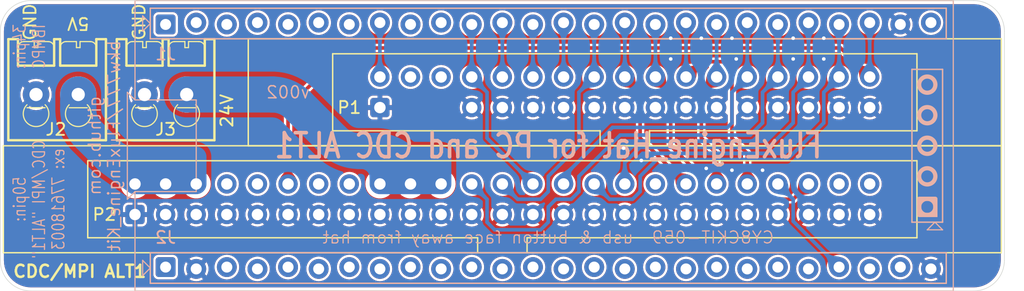
<source format=kicad_pcb>
(kicad_pcb (version 20240108) (generator "pcbnew") (generator_version "8.0")
  (title_block (title "FluxEngine_Hat for PC and CDC ALT1") (date "2024-04-25") (rev "002") (company "Brian K. White - b.kenyon.w@gmail.com") (comment 1 "github.com/bkw777/FluxEngine_Kit"))
  (layers (0 "F.Cu" signal) (31 "B.Cu" signal) (34 "B.Paste" user) (35 "F.Paste" user) (36 "B.SilkS" user "B.Silkscreen") (37 "F.SilkS" user "F.Silkscreen") (38 "B.Mask" user) (39 "F.Mask" user) (44 "Edge.Cuts" user))
  (net 0 "")
  (net 1 "GND")
  (net 4 "/SIDE")
  (net 5 "/~{DSB}")
  (net 6 "/~{REDWC}")
  (net 7 "/~{TRK0}")
  (net 8 "/~{MOTB}")
  (net 9 "/~{WGATE}")
  (net 10 "/~{INDEX}")
  (net 11 "/~{WPROT}")
  (net 12 "/~{DSA}")
  (net 13 "/~{MOTA}")
  (net 14 "/~{STEP}")
  (net 15 "/DIR")
  (net 48 "/5VDC")
  (net 49 "/24VDC")
  (net 54 "/~{DSKCHG}")
  (net 57 "/~{WDATA}")
  (net 58 "/~{RDATA}")
  (net 60 "/~{TG43}")
  (footprint "000_LOCAL:IDC-Header_2x17_P2.54mm_Latch_Vertical - FDD" (layer "F.Cu") (at 133.985 93.345 90)
    (property "Reference" "P1" (at 0 -2.54 0) (layer "F.SilkS"))
    (property "Value" "FDC_BUS_IBMPC")
    (fp_line (start 5.715 -10.922) (end 5.715 51.562) (stroke (width 0.12)) (layer "F.SilkS"))
    (fp_line (start -3.175 -10.922) (end 5.715 -10.922) (stroke (width 0.12)) (layer "F.SilkS"))
    (fp_line (start 4.47 -3.92) (end 4.47 44.56) (stroke (width 0.12)) (layer "F.SilkS"))
    (fp_line (start -1.93 -3.92) (end 4.47 -3.92) (stroke (width 0.12)) (layer "F.SilkS"))
    (fp_line (start -1.93 18.27) (end -1.93 -3.92) (stroke (width 0.12)) (layer "F.SilkS"))
    (fp_line (start -3.175 18.27) (end -1.93 18.27) (stroke (width 0.12)) (layer "F.SilkS"))
    (fp_line (start -1.93 22.37) (end -1.93 22.37) (stroke (width 0.12)) (layer "F.SilkS"))
    (fp_line (start -1.93 22.37) (end -3.175 22.37) (stroke (width 0.12)) (layer "F.SilkS"))
    (fp_line (start 4.47 44.56) (end -1.93 44.56) (stroke (width 0.12)) (layer "F.SilkS"))
    (fp_line (start -1.93 44.56) (end -1.93 22.37) (stroke (width 0.12)) (layer "F.SilkS"))
    (fp_line (start 5.715 51.562) (end -3.175 51.562) (stroke (width 0.12)) (layer "F.SilkS"))
    (fp_line (start -3.175 51.562) (end -3.175 -10.922) (stroke (width 0.12)) (layer "F.SilkS"))
    (pad "1" thru_hole roundrect (at 0 0 90) (size 1.6 1.6) (drill 0.95) (layers "*.Cu" "*.Mask") (roundrect_rratio 0.15625) (net 1 "GND"))
    (pad "2" thru_hole circle (at 2.54 0 90) (size 1.6 1.6) (drill 0.95) (layers "*.Cu" "*.Mask") (net 6 "/~{REDWC}"))
    (pad "4" thru_hole circle (at 2.54 2.54 90) (size 1.6 1.6) (drill 0.95) (layers "*.Cu" "*.Mask"))
    (pad "6" thru_hole circle (at 2.54 5.08 90) (size 1.6 1.6) (drill 0.95) (layers "*.Cu" "*.Mask"))
    (pad "7" thru_hole circle (at 0 7.62 90) (size 1.6 1.6) (drill 0.95) (layers "*.Cu" "*.Mask") (net 1 "GND"))
    (pad "8" thru_hole circle (at 2.54 7.62 90) (size 1.6 1.6) (drill 0.95) (layers "*.Cu" "*.Mask") (net 10 "/~{INDEX}"))
    (pad "9" thru_hole circle (at 0 10.16 90) (size 1.6 1.6) (drill 0.95) (layers "*.Cu" "*.Mask") (net 1 "GND"))
    (pad "10" thru_hole circle (at 2.54 10.16 90) (size 1.6 1.6) (drill 0.95) (layers "*.Cu" "*.Mask") (net 13 "/~{MOTA}"))
    (pad "11" thru_hole circle (at 0 12.7 90) (size 1.6 1.6) (drill 0.95) (layers "*.Cu" "*.Mask") (net 1 "GND"))
    (pad "12" thru_hole circle (at 2.54 12.7 90) (size 1.6 1.6) (drill 0.95) (layers "*.Cu" "*.Mask") (net 5 "/~{DSB}"))
    (pad "13" thru_hole circle (at 0 15.24 90) (size 1.6 1.6) (drill 0.95) (layers "*.Cu" "*.Mask") (net 1 "GND"))
    (pad "14" thru_hole circle (at 2.54 15.24 90) (size 1.6 1.6) (drill 0.95) (layers "*.Cu" "*.Mask") (net 12 "/~{DSA}"))
    (pad "15" thru_hole circle (at 0 17.78 90) (size 1.6 1.6) (drill 0.95) (layers "*.Cu" "*.Mask") (net 1 "GND"))
    (pad "16" thru_hole circle (at 2.54 17.78 90) (size 1.6 1.6) (drill 0.95) (layers "*.Cu" "*.Mask") (net 8 "/~{MOTB}"))
    (pad "17" thru_hole circle (at 0 20.32 90) (size 1.6 1.6) (drill 0.95) (layers "*.Cu" "*.Mask") (net 1 "GND"))
    (pad "18" thru_hole circle (at 2.54 20.32 90) (size 1.6 1.6) (drill 0.95) (layers "*.Cu" "*.Mask") (net 15 "/DIR"))
    (pad "19" thru_hole circle (at 0 22.86 90) (size 1.6 1.6) (drill 0.95) (layers "*.Cu" "*.Mask") (net 1 "GND"))
    (pad "20" thru_hole circle (at 2.54 22.86 90) (size 1.6 1.6) (drill 0.95) (layers "*.Cu" "*.Mask") (net 14 "/~{STEP}"))
    (pad "21" thru_hole circle (at 0 25.4 90) (size 1.6 1.6) (drill 0.95) (layers "*.Cu" "*.Mask") (net 1 "GND"))
    (pad "22" thru_hole circle (at 2.54 25.4 90) (size 1.6 1.6) (drill 0.95) (layers "*.Cu" "*.Mask") (net 57 "/~{WDATA}"))
    (pad "23" thru_hole circle (at 0 27.94 90) (size 1.6 1.6) (drill 0.95) (layers "*.Cu" "*.Mask") (net 1 "GND"))
    (pad "24" thru_hole circle (at 2.54 27.94 90) (size 1.6 1.6) (drill 0.95) (layers "*.Cu" "*.Mask") (net 9 "/~{WGATE}"))
    (pad "25" thru_hole circle (at 0 30.48 90) (size 1.6 1.6) (drill 0.95) (layers "*.Cu" "*.Mask") (net 1 "GND"))
    (pad "26" thru_hole circle (at 2.54 30.48 90) (size 1.6 1.6) (drill 0.95) (layers "*.Cu" "*.Mask") (net 7 "/~{TRK0}"))
    (pad "27" thru_hole circle (at 0 33.02 90) (size 1.6 1.6) (drill 0.95) (layers "*.Cu" "*.Mask") (net 1 "GND"))
    (pad "28" thru_hole circle (at 2.54 33.02 90) (size 1.6 1.6) (drill 0.95) (layers "*.Cu" "*.Mask") (net 11 "/~{WPROT}"))
    (pad "29" thru_hole circle (at 0 35.56 90) (size 1.6 1.6) (drill 0.95) (layers "*.Cu" "*.Mask") (net 1 "GND"))
    (pad "30" thru_hole circle (at 2.54 35.56 90) (size 1.6 1.6) (drill 0.95) (layers "*.Cu" "*.Mask") (net 58 "/~{RDATA}"))
    (pad "31" thru_hole circle (at 0 38.1 90) (size 1.6 1.6) (drill 0.95) (layers "*.Cu" "*.Mask") (net 1 "GND"))
    (pad "32" thru_hole circle (at 2.54 38.1 90) (size 1.6 1.6) (drill 0.95) (layers "*.Cu" "*.Mask") (net 4 "/SIDE"))
    (pad "33" thru_hole circle (at 0 40.64 90) (size 1.6 1.6) (drill 0.95) (layers "*.Cu" "*.Mask") (net 1 "GND"))
    (pad "34" thru_hole circle (at 2.54 40.64 90) (size 1.6 1.6) (drill 0.95) (layers "*.Cu" "*.Mask") (net 54 "/~{DSKCHG}"))
  )
  (footprint "000_LOCAL:IDC-Header_2x25_P2.54mm_Latch_Vertical" (layer "F.Cu") (at 113.665001 102.235001 90)
    (property "Reference" "P2" (at 0 -2.54 0) (layer "F.SilkS"))
    (property "Value" "FDC_BUS_CDC_alt1")
    (fp_line (start 5.715 -10.922) (end 5.715 71.882) (stroke (width 0.12)) (layer "F.SilkS"))
    (fp_line (start -3.175 -10.922) (end 5.715 -10.922) (stroke (width 0.12)) (layer "F.SilkS"))
    (fp_line (start 4.47 -3.92) (end 4.47 64.88) (stroke (width 0.12)) (layer "F.SilkS"))
    (fp_line (start -1.930001 -3.92) (end 4.47 -3.92) (stroke (width 0.12)) (layer "F.SilkS"))
    (fp_line (start -1.93 28.43) (end -1.930001 -3.92) (stroke (width 0.12)) (layer "F.SilkS"))
    (fp_line (start -3.175 28.43) (end -1.93 28.43) (stroke (width 0.12)) (layer "F.SilkS"))
    (fp_line (start -1.93 32.530001) (end -1.93 32.530001) (stroke (width 0.12)) (layer "F.SilkS"))
    (fp_line (start -1.93 32.530001) (end -3.175 32.530001) (stroke (width 0.12)) (layer "F.SilkS"))
    (fp_line (start 4.47 64.88) (end -1.93 64.88) (stroke (width 0.12)) (layer "F.SilkS"))
    (fp_line (start -1.93 64.88) (end -1.93 32.530001) (stroke (width 0.12)) (layer "F.SilkS"))
    (fp_line (start 5.715 71.882) (end -3.175 71.882001) (stroke (width 0.12)) (layer "F.SilkS"))
    (fp_line (start -3.175 71.882001) (end -3.175 -10.922) (stroke (width 0.12)) (layer "F.SilkS"))
    (pad "1" thru_hole roundrect (at 0 0 90) (size 1.6 1.6) (drill 0.95) (layers "*.Cu" "*.Mask") (roundrect_rratio 0.15625) (net 1 "GND"))
    (pad "2" thru_hole circle (at 2.54 0 90) (size 1.6 1.6) (drill 0.95) (layers "*.Cu" "*.Mask") (net 48 "/5VDC"))
    (pad "3" thru_hole circle (at 0 2.54 90) (size 1.6 1.6) (drill 0.95) (layers "*.Cu" "*.Mask") (net 1 "GND"))
    (pad "4" thru_hole circle (at 2.54 2.54 90) (size 1.6 1.6) (drill 0.95) (layers "*.Cu" "*.Mask") (net 48 "/5VDC"))
    (pad "5" thru_hole circle (at 0 5.079999 90) (size 1.6 1.6) (drill 0.95) (layers "*.Cu" "*.Mask") (net 1 "GND"))
    (pad "6" thru_hole circle (at 2.54 5.08 90) (size 1.6 1.6) (drill 0.95) (layers "*.Cu" "*.Mask") (net 48 "/5VDC"))
    (pad "7" thru_hole circle (at 0 7.62 90) (size 1.6 1.6) (drill 0.95) (layers "*.Cu" "*.Mask") (net 1 "GND"))
    (pad "8" thru_hole circle (at 2.54 7.62 90) (size 1.6 1.6) (drill 0.95) (layers "*.Cu" "*.Mask"))
    (pad "9" thru_hole circle (at 0 10.16 90) (size 1.6 1.6) (drill 0.95) (layers "*.Cu" "*.Mask") (net 1 "GND"))
    (pad "10" thru_hole circle (at 2.54 10.16 90) (size 1.6 1.6) (drill 0.95) (layers "*.Cu" "*.Mask"))
    (pad "11" thru_hole circle (at 0 12.7 90) (size 1.6 1.6) (drill 0.95) (layers "*.Cu" "*.Mask") (net 1 "GND"))
    (pad "12" thru_hole circle (at 2.54 12.7 90) (size 1.6 1.6) (drill 0.95) (layers "*.Cu" "*.Mask") (net 54 "/~{DSKCHG}"))
    (pad "13" thru_hole circle (at 0 15.24 90) (size 1.6 1.6) (drill 0.95) (layers "*.Cu" "*.Mask") (net 1 "GND"))
    (pad "14" thru_hole circle (at 2.54 15.24 90) (size 1.6 1.6) (drill 0.95) (layers "*.Cu" "*.Mask"))
    (pad "15" thru_hole circle (at 0 17.780001 90) (size 1.6 1.6) (drill 0.95) (layers "*.Cu" "*.Mask") (net 1 "GND"))
    (pad "16" thru_hole circle (at 2.54 17.78 90) (size 1.6 1.6) (drill 0.95) (layers "*.Cu" "*.Mask"))
    (pad "17" thru_hole circle (at 0 20.32 90) (size 1.6 1.6) (drill 0.95) (layers "*.Cu" "*.Mask") (net 1 "GND"))
    (pad "18" thru_hole circle (at 2.54 20.32 90) (size 1.6 1.6) (drill 0.95) (layers "*.Cu" "*.Mask") (net 49 "/24VDC"))
    (pad "19" thru_hole circle (at 0 22.86 90) (size 1.6 1.6) (drill 0.95) (layers "*.Cu" "*.Mask") (net 1 "GND"))
    (pad "20" thru_hole circle (at 2.54 22.86 90) (size 1.6 1.6) (drill 0.95) (layers "*.Cu" "*.Mask") (net 49 "/24VDC"))
    (pad "21" thru_hole circle (at 0 25.4 90) (size 1.6 1.6) (drill 0.95) (layers "*.Cu" "*.Mask") (net 1 "GND"))
    (pad "22" thru_hole circle (at 2.54 25.4 90) (size 1.6 1.6) (drill 0.95) (layers "*.Cu" "*.Mask") (net 49 "/24VDC"))
    (pad "23" thru_hole circle (at 0 27.939999 90) (size 1.6 1.6) (drill 0.95) (layers "*.Cu" "*.Mask") (net 1 "GND"))
    (pad "24" thru_hole circle (at 2.54 27.94 90) (size 1.6 1.6) (drill 0.95) (layers "*.Cu" "*.Mask") (net 11 "/~{WPROT}"))
    (pad "25" thru_hole circle (at 0 30.48 90) (size 1.6 1.6) (drill 0.95) (layers "*.Cu" "*.Mask") (net 1 "GND"))
    (pad "26" thru_hole circle (at 2.54 30.48 90) (size 1.6 1.6) (drill 0.95) (layers "*.Cu" "*.Mask") (net 8 "/~{MOTB}"))
    (pad "27" thru_hole circle (at 0 33.02 90) (size 1.6 1.6) (drill 0.95) (layers "*.Cu" "*.Mask") (net 1 "GND"))
    (pad "28" thru_hole circle (at 2.54 33.02 90) (size 1.6 1.6) (drill 0.95) (layers "*.Cu" "*.Mask") (net 10 "/~{INDEX}"))
    (pad "29" thru_hole circle (at 0 35.56 90) (size 1.6 1.6) (drill 0.95) (layers "*.Cu" "*.Mask") (net 1 "GND"))
    (pad "30" thru_hole circle (at 2.54 35.56 90) (size 1.6 1.6) (drill 0.95) (layers "*.Cu" "*.Mask") (net 7 "/~{TRK0}"))
    (pad "31" thru_hole circle (at 0 38.099999 90) (size 1.6 1.6) (drill 0.95) (layers "*.Cu" "*.Mask") (net 1 "GND"))
    (pad "32" thru_hole circle (at 2.54 38.1 90) (size 1.6 1.6) (drill 0.95) (layers "*.Cu" "*.Mask") (net 4 "/SIDE"))
    (pad "33" thru_hole circle (at 0 40.640001 90) (size 1.6 1.6) (drill 0.95) (layers "*.Cu" "*.Mask") (net 1 "GND"))
    (pad "34" thru_hole circle (at 2.54 40.64 90) (size 1.6 1.6) (drill 0.95) (layers "*.Cu" "*.Mask") (net 58 "/~{RDATA}"))
    (pad "35" thru_hole circle (at 0 43.18 90) (size 1.6 1.6) (drill 0.95) (layers "*.Cu" "*.Mask") (net 1 "GND"))
    (pad "36" thru_hole circle (at 2.54 43.18 90) (size 1.6 1.6) (drill 0.95) (layers "*.Cu" "*.Mask"))
    (pad "37" thru_hole circle (at 0 45.72 90) (size 1.6 1.6) (drill 0.95) (layers "*.Cu" "*.Mask") (net 1 "GND"))
    (pad "38" thru_hole circle (at 2.54 45.72 90) (size 1.6 1.6) (drill 0.95) (layers "*.Cu" "*.Mask") (net 15 "/DIR"))
    (pad "39" thru_hole circle (at 0 48.26 90) (size 1.6 1.6) (drill 0.95) (layers "*.Cu" "*.Mask") (net 1 "GND"))
    (pad "40" thru_hole circle (at 2.54 48.26 90) (size 1.6 1.6) (drill 0.95) (layers "*.Cu" "*.Mask") (net 9 "/~{WGATE}"))
    (pad "41" thru_hole circle (at 0 50.799999 90) (size 1.6 1.6) (drill 0.95) (layers "*.Cu" "*.Mask") (net 1 "GND"))
    (pad "42" thru_hole circle (at 2.54 50.8 90) (size 1.6 1.6) (drill 0.95) (layers "*.Cu" "*.Mask") (net 57 "/~{WDATA}"))
    (pad "43" thru_hole circle (at 0 53.34 90) (size 1.6 1.6) (drill 0.95) (layers "*.Cu" "*.Mask") (net 1 "GND"))
    (pad "44" thru_hole circle (at 2.54 53.34 90) (size 1.6 1.6) (drill 0.95) (layers "*.Cu" "*.Mask") (net 60 "/~{TG43}"))
    (pad "45" thru_hole circle (at 0 55.88 90) (size 1.6 1.6) (drill 0.95) (layers "*.Cu" "*.Mask") (net 1 "GND"))
    (pad "46" thru_hole circle (at 2.54 55.88 90) (size 1.6 1.6) (drill 0.95) (layers "*.Cu" "*.Mask") (net 14 "/~{STEP}"))
    (pad "47" thru_hole circle (at 0 58.42 90) (size 1.6 1.6) (drill 0.95) (layers "*.Cu" "*.Mask") (net 1 "GND"))
    (pad "48" thru_hole circle (at 2.54 58.42 90) (size 1.6 1.6) (drill 0.95) (layers "*.Cu" "*.Mask"))
    (pad "49" thru_hole circle (at 0 60.959999 90) (size 1.6 1.6) (drill 0.95) (layers "*.Cu" "*.Mask") (net 1 "GND"))
    (pad "50" thru_hole circle (at 2.54 60.96 90) (size 1.6 1.6) (drill 0.95) (layers "*.Cu" "*.Mask"))
  )
  (footprint "000_LOCAL:ScrewTerminal_1x02_P3.5mm_vertical" (layer "F.Cu") (at 107.205001 91.859999)
    (property "Reference" "J2" (at -0.1 3.3 0) (layer "F.SilkS") (effects (font (size 1.000843 1.000843))))
    (property "Value" "5V" (at 1.75 -5.5 180) (layer "F.SilkS"))
    (fp_line (start -4.05 -4.2) (end -4.05 4.2) (stroke (width 0.2)) (layer "F.SilkS"))
    (fp_line (start -4.05 4.2) (end 4.05 4.2) (stroke (width 0.2)) (layer "F.SilkS"))
    (fp_line (start -3.25 -4.2) (end -4.05 -4.2) (stroke (width 0.2)) (layer "F.SilkS"))
    (fp_line (start -3.25 -2) (end -3.25 -4.2) (stroke (width 0.2)) (layer "F.SilkS"))
    (fp_line (start -2.75 -4) (end -1.9 -4) (stroke (width 0.1)) (layer "F.SilkS"))
    (fp_line (start -2.5 1.5) (end -1 1.5) (stroke (width 0.1)) (layer "F.SilkS"))
    (fp_line (start -1.9 -4) (end -1.9 -3.5) (stroke (width 0.1)) (layer "F.SilkS"))
    (fp_line (start -1.9 -3.5) (end -1.6 -3.5) (stroke (width 0.1)) (layer "F.SilkS"))
    (fp_line (start -1.6 -3.999998) (end -0.75 -3.999998) (stroke (width 0.1)) (layer "F.SilkS"))
    (fp_line (start -1.6 -3.5) (end -1.6 -4) (stroke (width 0.1)) (layer "F.SilkS"))
    (fp_line (start -0.25 -2) (end -3.25 -2) (stroke (width 0.2)) (layer "F.SilkS"))
    (fp_line (start -0.25 -2) (end -0.25 -4.2) (stroke (width 0.2)) (layer "F.SilkS"))
    (fp_line (start 0.25 -4.2) (end -0.25 -4.2) (stroke (width 0.2)) (layer "F.SilkS"))
    (fp_line (start 0.25 -2) (end 0.25 -4.2) (stroke (width 0.2)) (layer "F.SilkS"))
    (fp_line (start 0.75 -3.999998) (end 1.6 -3.999998) (stroke (width 0.1)) (layer "F.SilkS"))
    (fp_line (start 1 1.5) (end 2.5 1.5) (stroke (width 0.1)) (layer "F.SilkS"))
    (fp_line (start 1.6 -4) (end 1.6 -3.5) (stroke (width 0.1)) (layer "F.SilkS"))
    (fp_line (start 1.6 -3.499998) (end 1.9 -3.499998) (stroke (width 0.1)) (layer "F.SilkS"))
    (fp_line (start 1.9 -3.999998) (end 2.75 -3.999998) (stroke (width 0.1)) (layer "F.SilkS"))
    (fp_line (start 1.9 -3.499998) (end 1.9 -3.999998) (stroke (width 0.1)) (layer "F.SilkS"))
    (fp_line (start 3.25 -2) (end 0.25 -2) (stroke (width 0.2)) (layer "F.SilkS"))
    (fp_line (start 3.25 -2) (end 3.25 -4.2) (stroke (width 0.2)) (layer "F.SilkS"))
    (fp_line (start 4.05 -4.2) (end 3.25 -4.2) (stroke (width 0.2)) (layer "F.SilkS"))
    (fp_line (start 4.05 4.2) (end 4.05 -4.2) (stroke (width 0.2)) (layer "F.SilkS"))
    (fp_arc (start -3.25 -3.5) (mid -3.103553 -3.853553) (end -2.75 -4) (stroke (width 0.1)) (layer "F.SilkS"))
    (fp_arc (start -1 1.25) (mid -1.75 3.06066) (end -2.5 1.25) (stroke (width 0.1)) (layer "F.SilkS"))
    (fp_arc (start -0.75 -3.999998) (mid -0.396447 -3.853552) (end -0.250001 -3.499999) (stroke (width 0.1)) (layer "F.SilkS"))
    (fp_arc (start 0.25 -3.5) (mid 0.396447 -3.853553) (end 0.75 -4) (stroke (width 0.1)) (layer "F.SilkS"))
    (fp_arc (start 2.5 1.25) (mid 1.75 3.06066) (end 1 1.25) (stroke (width 0.1)) (layer "F.SilkS"))
    (fp_arc (start 2.75 -3.999998) (mid 3.103552 -3.853552) (end 3.249999 -3.499999) (stroke (width 0.1)) (layer "F.SilkS"))
    (pad "1" thru_hole circle (at -1.75 0.4) (size 2.2 2.2) (drill 1.1) (layers "*.Cu" "*.Mask") (net 1 "GND") (thermal_bridge_width 0.6))
    (pad "2" thru_hole circle (at 1.75 0.4) (size 2.2 2.2) (drill 1.1) (layers "*.Cu" "*.Mask") (net 48 "/5VDC"))
  )
  (footprint "000_LOCAL:ScrewTerminal_1x02_P3.5mm_vertical" (layer "F.Cu") (at 116.205001 91.859999)
    (property "Reference" "J3" (at 0 3.3 0) (layer "F.SilkS") (effects (font (size 1.000843 1.000843))))
    (property "Value" "24V" (at 4.5 1.75 90) (layer "F.SilkS") (effects (justify top)))
    (fp_line (start -4.05 -4.2) (end -4.05 4.2) (stroke (width 0.2)) (layer "F.SilkS"))
    (fp_line (start -4.05 4.2) (end 4.05 4.2) (stroke (width 0.2)) (layer "F.SilkS"))
    (fp_line (start -3.250001 -4.2) (end -4.05 -4.2) (stroke (width 0.2)) (layer "F.SilkS"))
    (fp_line (start -3.25 -2.000001) (end -3.250001 -4.2) (stroke (width 0.2)) (layer "F.SilkS"))
    (fp_line (start -2.75 -4) (end -1.9 -4) (stroke (width 0.1)) (layer "F.SilkS"))
    (fp_line (start -2.5 1.5) (end -1 1.5) (stroke (width 0.1)) (layer "F.SilkS"))
    (fp_line (start -1.9 -4) (end -1.9 -3.5) (stroke (width 0.1)) (layer "F.SilkS"))
    (fp_line (start -1.9 -3.5) (end -1.6 -3.5) (stroke (width 0.1)) (layer "F.SilkS"))
    (fp_line (start -1.6 -3.999998) (end -0.75 -3.999998) (stroke (width 0.1)) (layer "F.SilkS"))
    (fp_line (start -1.6 -3.5) (end -1.6 -4) (stroke (width 0.1)) (layer "F.SilkS"))
    (fp_line (start -0.25 -2) (end -3.25 -2.000001) (stroke (width 0.2)) (layer "F.SilkS"))
    (fp_line (start -0.25 -2) (end -0.25 -4.2) (stroke (width 0.2)) (layer "F.SilkS"))
    (fp_line (start 0.25 -4.2) (end -0.25 -4.2) (stroke (width 0.2)) (layer "F.SilkS"))
    (fp_line (start 0.25 -2) (end 0.25 -4.2) (stroke (width 0.2)) (layer "F.SilkS"))
    (fp_line (start 0.75 -3.999998) (end 1.6 -3.999998) (stroke (width 0.1)) (layer "F.SilkS"))
    (fp_line (start 1 1.5) (end 2.5 1.5) (stroke (width 0.1)) (layer "F.SilkS"))
    (fp_line (start 1.6 -4) (end 1.6 -3.5) (stroke (width 0.1)) (layer "F.SilkS"))
    (fp_line (start 1.6 -3.499998) (end 1.9 -3.499998) (stroke (width 0.1)) (layer "F.SilkS"))
    (fp_line (start 1.9 -3.999998) (end 2.75 -3.999998) (stroke (width 0.1)) (layer "F.SilkS"))
    (fp_line (start 1.9 -3.499998) (end 1.9 -3.999998) (stroke (width 0.1)) (layer "F.SilkS"))
    (fp_line (start 3.25 -2.000001) (end 0.25 -2) (stroke (width 0.2)) (layer "F.SilkS"))
    (fp_line (start 3.25 -2.000001) (end 3.250001 -4.2) (stroke (width 0.2)) (layer "F.SilkS"))
    (fp_line (start 4.05 -4.2) (end 3.250001 -4.2) (stroke (width 0.2)) (layer "F.SilkS"))
    (fp_line (start 4.05 4.2) (end 4.05 -4.2) (stroke (width 0.2)) (layer "F.SilkS"))
    (fp_arc (start -3.25 -3.5) (mid -3.103553 -3.853553) (end -2.75 -4) (stroke (width 0.1)) (layer "F.SilkS"))
    (fp_arc (start -1 1.25) (mid -1.75 3.06066) (end -2.499999 1.25) (stroke (width 0.1)) (layer "F.SilkS"))
    (fp_arc (start -0.75 -3.999998) (mid -0.396447 -3.853552) (end -0.25 -3.499999) (stroke (width 0.1)) (layer "F.SilkS"))
    (fp_arc (start 0.25 -3.5) (mid 0.396447 -3.853553) (end 0.75 -4) (stroke (width 0.1)) (layer "F.SilkS"))
    (fp_arc (start 2.499999 1.25) (mid 1.749999 3.06066) (end 1 1.25) (stroke (width 0.1)) (layer "F.SilkS"))
    (fp_arc (start 2.75 -3.999998) (mid 3.103552 -3.853552) (end 3.249999 -3.499999) (stroke (width 0.1)) (layer "F.SilkS"))
    (pad "1" thru_hole circle (at -1.75 0.4) (size 2.2 2.2) (drill 1.1) (layers "*.Cu" "*.Mask") (net 1 "GND") (thermal_bridge_width 0.6))
    (pad "2" thru_hole circle (at 1.75 0.4) (size 2.2 2.2) (drill 1.1) (layers "*.Cu" "*.Mask") (net 49 "/24VDC"))
  )
  (footprint "000_LOCAL:CY8CKIT-059 dry fit" (layer "B.Cu") (at 116.205001 86.359999 -90)
    (property "Reference" "J1" (hide yes))
    (property "Value" "CY8CKIT-059")
    (fp_line (start 14.605 3.175) (end 5.715 3.175) (stroke (width 0.1)) (layer "B.SilkS"))
    (fp_line (start 6.35 2.54) (end 5.715 3.175) (stroke (width 0.1)) (layer "B.SilkS"))
    (fp_line (start 6.35 2.54) (end -1.905 2.54) (stroke (width 0.1)) (layer "B.SilkS"))
    (fp_line (start 6.35 2.54) (end 6.35 -2.54) (stroke (width 0.1)) (layer "B.SilkS"))
    (fp_line (start 13.97 2.54) (end 14.605 3.175) (stroke (width 0.1)) (layer "B.SilkS"))
    (fp_line (start 22.225 2.54) (end 13.97 2.54) (stroke (width 0.1)) (layer "B.SilkS"))
    (fp_line (start 22.225 2.54) (end 22.225 -65.3542) (stroke (width 0.1)) (layer "B.SilkS"))
    (fp_line (start -0.635 1.905) (end 0 1.27) (stroke (width 0.1)) (layer "B.SilkS"))
    (fp_line (start 0.635 1.905) (end -0.635 1.905) (stroke (width 0.1)) (layer "B.SilkS"))
    (fp_line (start 19.685 1.905) (end 20.32 1.27) (stroke (width 0.1)) (layer "B.SilkS"))
    (fp_line (start 20.955 1.905) (end 19.685 1.905) (stroke (width 0.1)) (layer "B.SilkS"))
    (fp_line (start 0 1.27) (end 0.635 1.905) (stroke (width 0.1)) (layer "B.SilkS"))
    (fp_line (start 1.27 1.27) (end -1.27 1.27) (stroke (width 0.12)) (layer "B.SilkS"))
    (fp_line (start 20.32 1.27) (end 20.955 1.905) (stroke (width 0.1)) (layer "B.SilkS"))
    (fp_line (start 21.59 1.27) (end 19.05 1.27) (stroke (width 0.12)) (layer "B.SilkS"))
    (fp_line (start 6.35 -2.54) (end 13.97 -2.54) (stroke (width 0.1)) (layer "B.SilkS"))
    (fp_line (start 13.97 -2.54) (end 13.97 2.54) (stroke (width 0.1)) (layer "B.SilkS"))
    (fp_line (start 3.809998 -61.9252) (end 16.509999 -61.925199) (stroke (width 0.12)) (layer "B.SilkS"))
    (fp_line (start 17.145 -63.1952) (end 16.51 -63.8302) (stroke (width 0.1)) (layer "B.SilkS"))
    (fp_line (start 16.51 -63.8302) (end 17.145 -64.4652) (stroke (width 0.1)) (layer "B.SilkS"))
    (fp_line (start 3.809998 -64.4652) (end 3.809998 -61.9252) (stroke (width 0.12)) (layer "B.SilkS"))
    (fp_line (start 3.809998 -64.4652) (end 16.509999 -64.465201) (stroke (width 0.12)) (layer "B.SilkS"))
    (fp_line (start 17.145 -64.4652) (end 17.145 -63.1952) (stroke (width 0.1)) (layer "B.SilkS"))
    (fp_line (start 16.509999 -64.465201) (end 16.509999 -61.925199) (stroke (width 0.12)) (layer "B.SilkS"))
    (fp_line (start -1.27 -64.77) (end -1.27 1.27) (stroke (width 0.12)) (layer "B.SilkS"))
    (fp_line (start 1.27 -64.77) (end 1.27 1.27) (stroke (width 0.12)) (layer "B.SilkS"))
    (fp_line (start 1.27 -64.77) (end -1.27 -64.77) (stroke (width 0.12)) (layer "B.SilkS"))
    (fp_line (start 19.05 -64.77) (end 19.05 1.27) (stroke (width 0.12)) (layer "B.SilkS"))
    (fp_line (start 21.59 -64.77) (end 21.59 1.27) (stroke (width 0.12)) (layer "B.SilkS"))
    (fp_line (start 21.59 -64.77) (end 19.05 -64.77) (stroke (width 0.12)) (layer "B.SilkS"))
    (fp_line (start -1.905 -65.3542) (end -1.905 2.54) (stroke (width 0.1)) (layer "B.SilkS"))
    (fp_line (start 22.225 -65.3542) (end -1.905 -65.3542) (stroke (width 0.1)) (layer "B.SilkS"))
    (fp_rect (start 15.9131 -63.8683) (end 14.5669 -62.5221) (stroke (width 0.35052)) (fill none) (layer "B.SilkS"))
    (fp_circle (center 5.08 -63.1952) (end 5.7531 -63.1952) (stroke (width 0.35052)) (fill none) (layer "B.SilkS"))
    (fp_circle (center 7.62 -63.1952) (end 8.2931 -63.1952) (stroke (width 0.35052)) (fill none) (layer "B.SilkS"))
    (fp_circle (center 10.16 -63.1952) (end 10.8331 -63.1952) (stroke (width 0.35052)) (fill none) (layer "B.SilkS"))
    (fp_circle (center 12.7 -63.1952) (end 13.3731 -63.1952) (stroke (width 0.35052)) (fill none) (layer "B.SilkS"))
    (fp_circle (center 15.24 -63.1952) (end 15.9131 -63.1952) (stroke (width 0.35052)) (fill none) (layer "B.SilkS"))
    (fp_text user "J2" (at 17.78 0 0) (layer "B.SilkS") (effects (justify mirror)))
    (fp_text user "J1" (at 2.54 0 0) (layer "B.SilkS") (effects (justify mirror)))
    (pad "J1_1" thru_hole roundrect (at 0.0762 0 270) (size 1.651 1.651) (drill 0.9144) (layers "*.Cu" "*.Mask") (roundrect_rratio 0.1514233798))
    (pad "J1_2" thru_hole circle (at -0.0762 -2.54 270) (size 1.651 1.651) (drill 0.9144) (layers "*.Cu" "*.Mask"))
    (pad "J1_3" thru_hole circle (at 0.0762 -5.08 270) (size 1.651 1.651) (drill 0.9144) (layers "*.Cu" "*.Mask"))
    (pad "J1_4" thru_hole circle (at -0.0762 -7.62 270) (size 1.651 1.651) (drill 0.9144) (layers "*.Cu" "*.Mask"))
    (pad "J1_5" thru_hole circle (at 0.0762 -10.16 270) (size 1.651 1.651) (drill 0.9144) (layers "*.Cu" "*.Mask"))
    (pad "J1_6" thru_hole circle (at -0.0762 -12.7 270) (size 1.651 1.651) (drill 0.9144) (layers "*.Cu" "*.Mask"))
    (pad "J1_7" thru_hole circle (at 0.0762 -15.24 270) (size 1.651 1.651) (drill 0.9144) (layers "*.Cu" "*.Mask"))
    (pad "J1_8" thru_hole circle (at -0.0762 -17.78 270) (size 1.651 1.651) (drill 0.9144) (layers "*.Cu" "*.Mask") (net 6 "/~{REDWC}"))
    (pad "J1_9" thru_hole circle (at 0.0762 -20.32 270) (size 1.651 1.651) (drill 0.9144) (layers "*.Cu" "*.Mask"))
    (pad "J1_10" thru_hole circle (at -0.0762 -22.86 270) (size 1.651 1.651) (drill 0.9144) (layers "*.Cu" "*.Mask"))
    (pad "J1_11" thru_hole circle (at 0.0762 -25.4 270) (size 1.651 1.651) (drill 0.9144) (layers "*.Cu" "*.Mask") (net 10 "/~{INDEX}"))
    (pad "J1_12" thru_hole circle (at -0.0762 -27.94 270) (size 1.651 1.651) (drill 0.9144) (layers "*.Cu" "*.Mask") (net 13 "/~{MOTA}"))
    (pad "J1_13" thru_hole circle (at 0.0762 -30.48 270) (size 1.651 1.651) (drill 0.9144) (layers "*.Cu" "*.Mask") (net 5 "/~{DSB}"))
    (pad "J1_14" thru_hole circle (at -0.0762 -33.02 270) (size 1.651 1.651) (drill 0.9144) (layers "*.Cu" "*.Mask") (net 12 "/~{DSA}"))
    (pad "J1_15" thru_hole circle (at 0.0762 -35.56 270) (size 1.651 1.651) (drill 0.9144) (layers "*.Cu" "*.Mask") (net 8 "/~{MOTB}"))
    (pad "J1_16" thru_hole circle (at -0.0762 -38.1 270) (size 1.651 1.651) (drill 0.9144) (layers "*.Cu" "*.Mask") (net 15 "/DIR"))
    (pad "J1_17" thru_hole circle (at 0.0762 -40.64 270) (size 1.651 1.651) (drill 0.9144) (layers "*.Cu" "*.Mask") (net 14 "/~{STEP}"))
    (pad "J1_18" thru_hole circle (at -0.0762 -43.18 270) (size 1.651 1.651) (drill 0.9144) (layers "*.Cu" "*.Mask") (net 57 "/~{WDATA}"))
    (pad "J1_19" thru_hole circle (at 0.0762 -45.72 270) (size 1.651 1.651) (drill 0.9144) (layers "*.Cu" "*.Mask") (net 9 "/~{WGATE}"))
    (pad "J1_20" thru_hole circle (at -0.0762 -48.26 270) (size 1.651 1.651) (drill 0.9144) (layers "*.Cu" "*.Mask") (net 7 "/~{TRK0}"))
    (pad "J1_21" thru_hole circle (at 0.0762 -50.8 270) (size 1.651 1.651) (drill 0.9144) (layers "*.Cu" "*.Mask") (net 11 "/~{WPROT}"))
    (pad "J1_22" thru_hole circle (at -0.0762 -53.34 270) (size 1.651 1.651) (drill 0.9144) (layers "*.Cu" "*.Mask") (net 58 "/~{RDATA}"))
    (pad "J1_23" thru_hole circle (at 0.0762 -55.88 270) (size 1.651 1.651) (drill 0.9144) (layers "*.Cu" "*.Mask") (net 4 "/SIDE"))
    (pad "J1_24" thru_hole circle (at -0.0762 -58.42 270) (size 1.651 1.651) (drill 0.9144) (layers "*.Cu" "*.Mask") (net 54 "/~{DSKCHG}"))
    (pad "J1_25" thru_hole circle (at 0.0762 -60.96 270) (size 1.651 1.651) (drill 0.9144) (layers "*.Cu" "*.Mask") (net 1 "GND"))
    (pad "J1_26" thru_hole circle (at -0.0762 -63.5 270) (size 1.651 1.651) (drill 0.9144) (layers "*.Cu" "*.Mask"))
    (pad "J2_1" thru_hole roundrect (at 20.2438 0 270) (size 1.651 1.651) (drill 0.9144) (layers "*.Cu" "*.Mask") (roundrect_rratio 0.1514233798))
    (pad "J2_2" thru_hole circle (at 20.3962 -2.54 270) (size 1.651 1.651) (drill 0.9144) (layers "*.Cu" "*.Mask") (net 1 "GND"))
    (pad "J2_3" thru_hole circle (at 20.2438 -5.08 270) (size 1.651 1.651) (drill 0.9144) (layers "*.Cu" "*.Mask"))
    (pad "J2_4" thru_hole circle (at 20.3962 -7.62 270) (size 1.651 1.651) (drill 0.9144) (layers "*.Cu" "*.Mask"))
    (pad "J2_5" thru_hole circle (at 20.2438 -10.16 270) (size 1.651 1.651) (drill 0.9144) (layers "*.Cu" "*.Mask"))
    (pad "J2_6" thru_hole circle (at 20.3962 -12.7 270) (size 1.651 1.651) (drill 0.9144) (layers "*.Cu" "*.Mask"))
    (pad "J2_7" thru_hole circle (at 20.2438 -15.24 270) (size 1.651 1.651) (drill 0.9144) (layers "*.Cu" "*.Mask"))
    (pad "J2_8" thru_hole circle (at 20.3962 -17.78 270) (size 1.651 1.651) (drill 0.9144) (layers "*.Cu" "*.Mask"))
    (pad "J2_9" thru_hole circle (at 20.2438 -20.32 270) (size 1.651 1.651) (drill 0.9144) (layers "*.Cu" "*.Mask"))
    (pad "J2_10" thru_hole circle (at 20.3962 -22.86 270) (size 1.651 1.651) (drill 0.9144) (layers "*.Cu" "*.Mask"))
    (pad "J2_11" thru_hole circle (at 20.2438 -25.4 270) (size 1.651 1.651) (drill 0.9144) (layers "*.Cu" "*.Mask"))
    (pad "J2_12" thru_hole circle (at 20.3962 -27.94 270) (size 1.651 1.651) (drill 0.9144) (layers "*.Cu" "*.Mask"))
    (pad "J2_13" thru_hole circle (at 20.2438 -30.48 270) (size 1.651 1.651) (drill 0.9144) (layers "*.Cu" "*.Mask"))
    (pad "J2_14" thru_hole circle (at 20.3962 -33.02 270) (size 1.651 1.651) (drill 0.9144) (layers "*.Cu" "*.Mask"))
    (pad "J2_15" thru_hole circle (at 20.2438 -35.56 270) (size 1.651 1.651) (drill 0.9144) (layers "*.Cu" "*.Mask"))
    (pad "J2_16" thru_hole circle (at 20.3962 -38.1 270) (size 1.651 1.651) (drill 0.9144) (layers "*.Cu" "*.Mask"))
    (pad "J2_17" thru_hole circle (at 20.2438 -40.64 270) (size 1.651 1.651) (drill 0.9144) (layers "*.Cu" "*.Mask"))
    (pad "J2_18" thru_hole circle (at 20.3962 -43.18 270) (size 1.651 1.651) (drill 0.9144) (layers "*.Cu" "*.Mask"))
    (pad "J2_19" thru_hole circle (at 20.2438 -45.72 270) (size 1.651 1.651) (drill 0.9144) (layers "*.Cu" "*.Mask"))
    (pad "J2_20" thru_hole circle (at 20.3962 -48.26 270) (size 1.651 1.651) (drill 0.9144) (layers "*.Cu" "*.Mask"))
    (pad "J2_21" thru_hole circle (at 20.2438 -50.8 270) (size 1.651 1.651) (drill 0.9144) (layers "*.Cu" "*.Mask"))
    (pad "J2_22" thru_hole circle (at 20.3962 -53.34 270) (size 1.651 1.651) (drill 0.9144) (layers "*.Cu" "*.Mask"))
    (pad "J2_23" thru_hole circle (at 20.2438 -55.88 270) (size 1.651 1.651) (drill 0.9144) (layers "*.Cu" "*.Mask") (net 60 "/~{TG43}"))
    (pad "J2_24" thru_hole circle (at 20.3962 -58.42 270) (size 1.651 1.651) (drill 0.9144) (layers "*.Cu" "*.Mask"))
    (pad "J2_25" thru_hole circle (at 20.2438 -60.96 270) (size 1.651 1.651) (drill 0.9144) (layers "*.Cu" "*.Mask"))
    (pad "J2_26" thru_hole circle (at 20.3962 -63.5 270) (size 1.651 1.651) (drill 0.9144) (layers "*.Cu" "*.Mask") (net 1 "GND"))
  )
  (gr_line (start 113.665001 99.695001) (end 111.455001 98.109999) (stroke (width 1.7)) (layer "B.Cu") (net 48))
  (gr_rect (start 133.985001 97.445724) (end 139.065001 99.695001) (stroke (width 1.7)) (fill solid) (layer "B.Cu") (net 49))
  (gr_rect (start 113.665001 97.445724) (end 118.745001 99.695001) (stroke (width 1.7)) (fill solid) (layer "B.Cu") (net 48))
  (gr_arc (start 132.425001 98.249999) (mid 133.068468 98.516532) (end 133.335001 99.159999) (stroke (width 0.4)) (layer "B.Cu") (net 49))
  (gr_arc (start 183.261 84.455001) (mid 185.057051 85.198949) (end 185.801 86.995) (stroke (width 0.05)) (layer "Edge.Cuts"))
  (gr_arc (start 102.489 86.995) (mid 103.232949 85.198948) (end 105.029001 84.454999) (stroke (width 0.05)) (layer "Edge.Cuts"))
  (gr_arc (start 185.801 106.045) (mid 185.057051 107.841051) (end 183.261 108.585) (stroke (width 0.05)) (layer "Edge.Cuts"))
  (gr_line (start 102.489 86.995) (end 102.489 106.045) (stroke (width 0.05)) (layer "Edge.Cuts"))
  (gr_line (start 183.261 84.455001) (end 105.029001 84.454999) (stroke (width 0.05)) (layer "Edge.Cuts"))
  (gr_line (start 185.801 106.045) (end 185.801 86.995) (stroke (width 0.05)) (layer "Edge.Cuts"))
  (gr_line (start 105.029 108.584999) (end 183.261 108.585) (stroke (width 0.05)) (layer "Edge.Cuts"))
  (gr_arc (start 105.029 108.584999) (mid 103.232949 107.841051) (end 102.489 106.045) (stroke (width 0.05)) (layer "Edge.Cuts"))
  (gr_text "${TITLE}" (at 147.955001 96.52 0) (layer "B.SilkS") (effects (font (size 2 1.6) (thickness 0.3)) (justify mirror)))
  (gr_text "34pin:\nIBMPC" (at 103.505001 88.264999 90) (layer "B.SilkS") (effects (font (size 1 0.8) (thickness 0.1)) (justify top mirror)))
  (gr_text "50pin:\nCDC/MPI {dblquote}ALT1{dblquote}\nex: 77618003" (at 103.505001 100.964999 90) (layer "B.SilkS") (effects (font (size 1 0.8) (thickness 0.1)) (justify top mirror)))
  (gr_text "github.com\nbkw777/FluxEngine_Kit" (at 111.125001 96.519999 90) (layer "B.SilkS") (effects (font (size 1 1) (thickness 0.12)) (justify mirror)))
  (gr_text "v${REVISION}" (at 126.365001 92.074999 0) (layer "B.SilkS") (effects (font (size 1 1) (thickness 0.12)) (justify mirror)))
  (gr_text "CY8CKIT-059  usb & button face away from hat" (at 147.955001 104.139999 0) (layer "B.SilkS") (effects (font (size 1 1) (thickness 0.1)) (justify mirror)))
  (gr_text "CDC/MPI ALT1" (at 103.455001 106.959999 0) (layer "F.SilkS") (effects (font (size 1.016 1.016) (thickness 0.2032) (bold yes)) (justify left)))
  (gr_text "GND" (at 104.955001 87.859999 90) (layer "F.SilkS") (effects (font (size 1 1)) (justify left)))
  (gr_text "GND" (at 114.005001 87.859999 90) (layer "F.SilkS") (effects (font (size 1 1)) (justify left)))
  (via (at 163.195001 87.579199) (size 0.6) (drill 0.3) (layers "F.Cu" "B.Cu") (net 1))
  (via (at 168.275001 89.306399) (size 0.6) (drill 0.3) (layers "F.Cu" "B.Cu") (net 1))
  (via (at 165.735001 98.551999) (size 0.6) (drill 0.3) (layers "F.Cu" "B.Cu") (net 1))
  (via (at 163.195001 98.551999) (size 0.6) (drill 0.3) (layers "F.Cu" "B.Cu") (net 1))
  (via (at 155.676601 97.739199) (size 0.6) (drill 0.3) (layers "F.Cu" "B.Cu") (net 1))
  (via (at 170.815001 87.579199) (size 0.6) (drill 0.3) (layers "F.Cu" "B.Cu") (net 1))
  (via (at 154.203401 96.723199) (size 0.6) (drill 0.3) (layers "F.Cu" "B.Cu") (net 1))
  (via (at 163.550601 89.306399) (size 0.6) (drill 0.3) (layers "F.Cu" "B.Cu") (net 1))
  (via (at 170.815001 89.306399) (size 0.6) (drill 0.3) (layers "F.Cu" "B.Cu") (net 1))
  (via (at 158.115001 89.306399) (size 0.6) (drill 0.3) (layers "F.Cu" "B.Cu") (net 1))
  (via (at 168.275001 87.579199) (size 0.6) (drill 0.3) (layers "F.Cu" "B.Cu") (net 1))
  (via (at 160.655001 87.579199) (size 0.6) (drill 0.3) (layers "F.Cu" "B.Cu") (net 1))
  (via (at 158.115001 87.579199) (size 0.6) (drill 0.3) (layers "F.Cu" "B.Cu") (net 1))
  (via (at 161.061401 98.399599) (size 0.6) (drill 0.3) (layers "F.Cu" "B.Cu") (net 1))
  (segment (start 155.575001 99.059999) (end 156.972001 97.662999) (width 0.3) (layer "B.Cu") (net 4))
  (segment (start 170.815001 92.074999) (end 172.085 90.805) (width 0.3) (layer "B.Cu") (net 4))
  (segment (start 172.085001 90.804999) (end 172.085 90.805) (width 0.3) (layer "B.Cu") (net 4))
  (segment (start 155.575001 100.329999) (end 155.575001 99.059999) (width 0.3) (layer "B.Cu") (net 4))
  (segment (start 151.765001 99.695001) (end 153.034999 100.964999) (width 0.3) (layer "B.Cu") (net 4))
  (segment (start 154.940001 100.964999) (end 155.575001 100.329999) (width 0.3) (layer "B.Cu") (net 4))
  (segment (start 156.972001 97.662999) (end 167.767001 97.662999) (width 0.3) (layer "B.Cu") (net 4))
  (segment (start 167.767001 97.662999) (end 170.815001 94.614999) (width 0.3) (layer "B.Cu") (net 4))
  (segment (start 170.815001 94.614999) (end 170.815001 92.074999) (width 0.3) (layer "B.Cu") (net 4))
  (segment (start 172.085001 86.436199) (end 172.085001 90.804999) (width 0.3) (layer "B.Cu") (net 4))
  (segment (start 153.034999 100.964999) (end 154.940001 100.964999) (width 0.3) (layer "B.Cu") (net 4))
  (segment (start 146.685001 90.804999) (end 146.685 90.805) (width 0.3) (layer "B.Cu") (net 5))
  (segment (start 146.685001 86.436199) (end 146.685001 90.804999) (width 0.3) (layer "B.Cu") (net 5))
  (segment (start 133.985001 90.804999) (end 133.985 90.805) (width 0.3) (layer "B.Cu") (net 6))
  (segment (start 133.985001 86.283799) (end 133.985001 90.804999) (width 0.3) (layer "B.Cu") (net 6))
  (segment (start 163.195001 94.614999) (end 163.195001 92.074999) (width 0.3) (layer "B.Cu") (net 7))
  (segment (start 164.465001 86.283799) (end 164.465001 90.804999) (width 0.3) (layer "B.Cu") (net 7))
  (segment (start 149.225001 99.059999) (end 153.289001 94.995999) (width 0.3) (layer "B.Cu") (net 7))
  (segment (start 164.465001 90.804999) (end 164.465 90.805) (width 0.3) (layer "B.Cu") (net 7))
  (segment (start 162.814001 94.995999) (end 163.195001 94.614999) (width 0.3) (layer "B.Cu") (net 7))
  (segment (start 163.195001 92.074999) (end 164.465 90.805) (width 0.3) (layer "B.Cu") (net 7))
  (segment (start 153.289001 94.995999) (end 162.814001 94.995999) (width 0.3) (layer "B.Cu") (net 7))
  (segment (start 149.225001 99.695001) (end 149.225001 99.059999) (width 0.3) (layer "B.Cu") (net 7))
  (segment (start 151.765001 86.436199) (end 151.765001 90.804999) (width 0.3) (layer "B.Cu") (net 8))
  (segment (start 144.145001 99.695001) (end 145.414999 100.964999) (width 0.3) (layer "B.Cu") (net 8))
  (segment (start 147.955001 100.329999) (end 147.955001 99.059999) (width 0.3) (layer "B.Cu") (net 8))
  (segment (start 147.320001 100.964999) (end 147.955001 100.329999) (width 0.3) (layer "B.Cu") (net 8))
  (segment (start 150.495001 92.074999) (end 151.765 90.805) (width 0.3) (layer "B.Cu") (net 8))
  (segment (start 145.414999 100.964999) (end 147.320001 100.964999) (width 0.3) (layer "B.Cu") (net 8))
  (segment (start 150.495001 96.519999) (end 150.495001 92.074999) (width 0.3) (layer "B.Cu") (net 8))
  (segment (start 151.765001 90.804999) (end 151.765 90.805) (width 0.3) (layer "B.Cu") (net 8))
  (segment (start 147.955001 99.059999) (end 150.495001 96.519999) (width 0.3) (layer "B.Cu") (net 8))
  (segment (start 161.925001 99.695001) (end 161.925001 97.154999) (width 0.3) (layer "F.Cu") (net 9))
  (segment (start 160.655001 92.074999) (end 161.925 90.805) (width 0.3) (layer "F.Cu") (net 9))
  (segment (start 161.925001 97.154999) (end 160.655001 95.884999) (width 0.3) (layer "F.Cu") (net 9))
  (segment (start 160.655001 95.884999) (end 160.655001 92.074999) (width 0.3) (layer "F.Cu") (net 9))
  (segment (start 161.925001 86.436199) (end 161.925001 90.804999) (width 0.3) (layer "B.Cu") (net 9))
  (segment (start 161.925001 90.804999) (end 161.925 90.805) (width 0.3) (layer "B.Cu") (net 9))
  (segment (start 141.605001 90.804999) (end 141.605 90.805) (width 0.3) (layer "B.Cu") (net 10))
  (segment (start 146.685001 99.695001) (end 142.875001 95.885001) (width 0.3) (layer "B.Cu") (net 10))
  (segment (start 142.875001 95.885001) (end 142.875001 92.075001) (width 0.3) (layer "B.Cu") (net 10))
  (segment (start 142.875001 92.075001) (end 141.605 90.805) (width 0.3) (layer "B.Cu") (net 10))
  (segment (start 141.605001 86.436199) (end 141.605001 90.804999) (width 0.3) (layer "B.Cu") (net 10))
  (segment (start 153.924001 95.630999) (end 164.719001 95.630999) (width 0.3) (layer "B.Cu") (net 11))
  (segment (start 167.005001 90.804999) (end 167.005 90.805) (width 0.3) (layer "B.Cu") (net 11))
  (segment (start 141.605001 99.695001) (end 142.875001 100.965001) (width 0.3) (layer "B.Cu") (net 11))
  (segment (start 149.860001 100.964999) (end 150.495001 100.329999) (width 0.3) (layer "B.Cu") (net 11))
  (segment (start 142.875001 100.965001) (end 142.875001 102.869999) (width 0.3) (layer "B.Cu") (net 11))
  (segment (start 147.955001 102.869999) (end 147.955001 101.599999) (width 0.3) (layer "B.Cu") (net 11))
  (segment (start 147.955001 101.599999) (end 148.590001 100.964999) (width 0.3) (layer "B.Cu") (net 11))
  (segment (start 148.590001 100.964999) (end 149.860001 100.964999) (width 0.3) (layer "B.Cu") (net 11))
  (segment (start 165.735001 94.614999) (end 165.735001 92.074999) (width 0.3) (layer "B.Cu") (net 11))
  (segment (start 150.495001 99.059999) (end 153.924001 95.630999) (width 0.3) (layer "B.Cu") (net 11))
  (segment (start 147.320001 103.504999) (end 147.955001 102.869999) (width 0.3) (layer "B.Cu") (net 11))
  (segment (start 165.735001 92.074999) (end 167.005 90.805) (width 0.3) (layer "B.Cu") (net 11))
  (segment (start 167.005001 86.436199) (end 167.005001 90.804999) (width 0.3) (layer "B.Cu") (net 11))
  (segment (start 164.719001 95.630999) (end 165.735001 94.614999) (width 0.3) (layer "B.Cu") (net 11))
  (segment (start 142.875001 102.869999) (end 143.510001 103.504999) (width 0.3) (layer "B.Cu") (net 11))
  (segment (start 150.495001 100.329999) (end 150.495001 99.059999) (width 0.3) (layer "B.Cu") (net 11))
  (segment (start 143.510001 103.504999) (end 147.320001 103.504999) (width 0.3) (layer "B.Cu") (net 11))
  (segment (start 149.225001 90.804999) (end 149.225 90.805) (width 0.3) (layer "B.Cu") (net 12))
  (segment (start 149.225001 86.283799) (end 149.225001 90.804999) (width 0.3) (layer "B.Cu") (net 12))
  (segment (start 144.145001 90.804999) (end 144.145 90.805) (width 0.3) (layer "B.Cu") (net 13))
  (segment (start 144.145001 86.283799) (end 144.145001 90.804999) (width 0.3) (layer "B.Cu") (net 13))
  (segment (start 158.115001 96.519999) (end 158.115001 92.075001) (width 0.3) (layer "F.Cu") (net 14))
  (segment (start 158.115001 92.075001) (end 156.845 90.805) (width 0.3) (layer "F.Cu") (net 14))
  (segment (start 160.655001 99.059999) (end 158.115001 96.519999) (width 0.3) (layer "F.Cu") (net 14))
  (segment (start 160.655001 100.329999) (end 160.655001 99.059999) (width 0.3) (layer "F.Cu") (net 14))
  (segment (start 161.290001 100.964999) (end 160.655001 100.329999) (width 0.3) (layer "F.Cu") (net 14))
  (segment (start 168.275003 100.964999) (end 161.290001 100.964999) (width 0.3) (layer "F.Cu") (net 14))
  (segment (start 169.545001 99.695001) (end 168.275003 100.964999) (width 0.3) (layer "F.Cu") (net 14))
  (segment (start 156.845001 90.804999) (end 156.845 90.805) (width 0.3) (layer "B.Cu") (net 14))
  (segment (start 156.845001 86.436199) (end 156.845001 90.804999) (width 0.3) (layer "B.Cu") (net 14))
  (segment (start 155.575001 92.075001) (end 154.305 90.805) (width 0.3) (layer "F.Cu") (net 15))
  (segment (start 159.385001 99.695001) (end 155.575001 95.885001) (width 0.3) (layer "F.Cu") (net 15))
  (segment (start 155.575001 95.885001) (end 155.575001 92.075001) (width 0.3) (layer "F.Cu") (net 15))
  (segment (start 154.305001 90.804999) (end 154.305 90.805) (width 0.3) (layer "B.Cu") (net 15))
  (segment (start 154.305001 86.283799) (end 154.305001 90.804999) (width 0.3) (layer "B.Cu") (net 15))
  (segment (start 109.833681 95.609679) (end 111.440122 97.21612) (width 3) (layer "B.Cu") (net 48))
  (segment (start 108.955001 92.259999) (end 108.305601 92.909399) (width 1.7) (layer "B.Cu") (net 48))
  (segment (start 115.729438 98.094799) (end 116.205001 98.570362) (width 3) (layer "B.Cu") (net 48))
  (segment (start 113.561442 98.094799) (end 115.729438 98.094799) (width 3) (layer "B.Cu") (net 48))
  (segment (start 113.664999 99.694999) (end 113.665001 99.695001) (width 1.7) (layer "B.Cu") (net 48))
  (segment (start 108.955001 92.259999) (end 108.955001 93.488358) (width 3) (layer "B.Cu") (net 48))
  (arc (start 113.561442 98.094799) (mid 112.413392 97.866438) (end 111.440122 97.21612) (width 3) (layer "B.Cu") (net 48))
  (arc (start 109.833681 95.609679) (mid 109.183362 94.636409) (end 108.955001 93.488358) (width 3) (layer "B.Cu") (net 48))
  (segment (start 117.955001 92.259999) (end 125.05336 92.259999) (width 3) (layer "B.Cu") (net 49))
  (segment (start 132.228642 96.949999) (end 133.661997 96.949999) (width 3) (layer "B.Cu") (net 49))
  (segment (start 135.783318 97.828679) (end 136.525001 98.570362) (width 3) (layer "B.Cu") (net 49))
  (segment (start 127.174681 93.138679) (end 130.107322 96.07132) (width 3) (layer "B.Cu") (net 49))
  (arc (start 127.174681 93.138679) (mid 126.201411 92.48836) (end 125.05336 92.259999) (width 3) (layer "B.Cu") (net 49))
  (arc (start 135.783318 97.828679) (mid 134.810048 97.17836) (end 133.661997 96.949999) (width 3) (layer "B.Cu") (net 49))
  (arc (start 132.228642 96.949999) (mid 131.080592 96.721638) (end 130.107322 96.07132) (width 3) (layer "B.Cu") (net 49))
  (segment (start 172.211999 88.391999) (end 131.318001 88.391999) (width 0.3) (layer "F.Cu") (net 54))
  (segment (start 126.365001 93.344999) (end 126.365001 99.695001) (width 0.3) (layer "F.Cu") (net 54))
  (segment (start 131.318001 88.391999) (end 126.365001 93.344999) (width 0.3) (layer "F.Cu") (net 54))
  (segment (start 174.625 90.805) (end 172.211999 88.391999) (width 0.3) (layer "F.Cu") (net 54))
  (segment (start 174.625001 90.804999) (end 174.625 90.805) (width 0.3) (layer "B.Cu") (net 54))
  (segment (start 174.625001 86.283799) (end 174.625001 90.804999) (width 0.3) (layer "B.Cu") (net 54))
  (segment (start 160.655001 89.534999) (end 159.385 90.805) (width 0.3) (layer "F.Cu") (net 57))
  (segment (start 164.465001 97.154999) (end 163.195001 95.884999) (width 0.3) (layer "F.Cu") (net 57))
  (segment (start 164.465001 99.695001) (end 164.465001 97.154999) (width 0.3) (layer "F.Cu") (net 57))
  (segment (start 163.195001 90.169999) (end 162.560001 89.534999) (width 0.3) (layer "F.Cu") (net 57))
  (segment (start 163.195001 95.884999) (end 163.195001 90.169999) (width 0.3) (layer "F.Cu") (net 57))
  (segment (start 162.560001 89.534999) (end 160.655001 89.534999) (width 0.3) (layer "F.Cu") (net 57))
  (segment (start 159.385001 90.804999) (end 159.385 90.805) (width 0.3) (layer "B.Cu") (net 57))
  (segment (start 159.385001 86.283799) (end 159.385001 90.804999) (width 0.3) (layer "B.Cu") (net 57))
  (segment (start 168.275001 94.614999) (end 168.275001 92.074999) (width 0.3) (layer "B.Cu") (net 58))
  (segment (start 154.305001 99.695001) (end 154.305001 97.916999) (width 0.3) (layer "B.Cu") (net 58))
  (segment (start 168.275001 92.074999) (end 169.545 90.805) (width 0.3) (layer "B.Cu") (net 58))
  (segment (start 169.545001 86.283799) (end 169.545001 90.804999) (width 0.3) (layer "B.Cu") (net 58))
  (segment (start 169.545001 90.804999) (end 169.545 90.805) (width 0.3) (layer "B.Cu") (net 58))
  (segment (start 155.575001 96.646999) (end 166.243001 96.646999) (width 0.3) (layer "B.Cu") (net 58))
  (segment (start 154.305001 97.916999) (end 155.575001 96.646999) (width 0.3) (layer "B.Cu") (net 58))
  (segment (start 166.243001 96.646999) (end 168.275001 94.614999) (width 0.3) (layer "B.Cu") (net 58))
  (segment (start 168.275001 102.793799) (end 172.085001 106.603799) (width 0.3) (layer "B.Cu") (net 60))
  (segment (start 168.275001 100.965001) (end 168.275001 102.793799) (width 0.3) (layer "B.Cu") (net 60))
  (segment (start 167.005001 99.695001) (end 168.275001 100.965001) (width 0.3) (layer "B.Cu") (net 60))
  (zone (net 1) (net_name "GND") (layers "F&B.Cu") (connect_pads (clearance 0.2)) (min_thickness 0.2) (fill yes (thermal_gap 0.2) (thermal_bridge_width 0.4) (smoothing fillet) (radius 0.1))
    (polygon (pts (xy 185.800999 84.454999) (xy 185.800999 108.585001) (xy 102.489 108.585001) (xy 102.489 84.454999)))
  )
)
</source>
